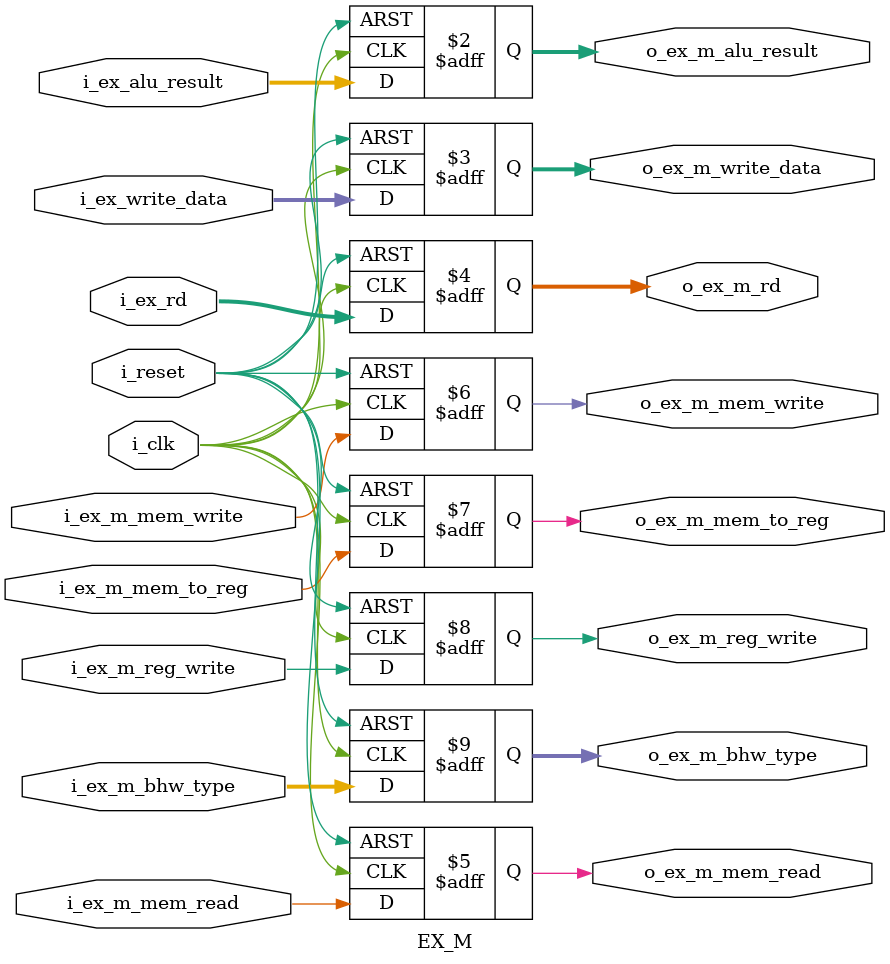
<source format=v>
`timescale 1ns / 1ps

module EX_M (
    input wire i_clk,
    input wire i_reset,
    input wire [31:0] i_ex_alu_result,            // Resultado de la ALU de la etapa EX
    input wire [31:0] i_ex_write_data,            // Datos a escribir en memoria
    input wire [4:0]  i_ex_rd,                    // ID del registro destino
    input wire        i_ex_m_mem_read,            // Señal de lectura de memoria
    input wire        i_ex_m_mem_write,           // Señal de escritura de memoria
    input wire        i_ex_m_mem_to_reg,          // Señal de escritura de registro
    input wire        i_ex_m_reg_write,           // Señal de escritura de registro
    input wire [2:0]  i_ex_m_bhw_type,          // Tipo de instrucción (Byte, Halfword, Word)

    output reg [31:0] o_ex_m_alu_result,          // Resultado de la ALU
    output reg [31:0] o_ex_m_write_data,          // Datos a escribir en memoria
    output reg [4:0]  o_ex_m_rd,                  // ID del registro destino
    output reg        o_ex_m_mem_read,            // Señal de lectura de memoria
    output reg        o_ex_m_mem_write,           // Señal de escritura de memoria
    output reg        o_ex_m_mem_to_reg,          // Señal de escritura de registro
    output reg        o_ex_m_reg_write,            // Señal de escritura de registro
    output reg [2:0]  o_ex_m_bhw_type             // Tipo de instrucción (Byte, Halfword, Word)
);

    always @(posedge i_clk or posedge i_reset) begin
        if (i_reset) begin
            o_ex_m_alu_result <= 32'b0;
            o_ex_m_write_data <= 32'b0;
            o_ex_m_rd <= 5'b0;
            o_ex_m_mem_read <= 1'b0;
            o_ex_m_mem_write <= 1'b0;
            o_ex_m_mem_to_reg <= 1'b0;
            o_ex_m_reg_write <= 1'b0;
            o_ex_m_bhw_type <= 3'b0;
        end else begin
            o_ex_m_alu_result <= i_ex_alu_result;
            o_ex_m_write_data <= i_ex_write_data;
            o_ex_m_rd <= i_ex_rd;
            o_ex_m_mem_read <= i_ex_m_mem_read;
            o_ex_m_mem_write <= i_ex_m_mem_write;
            o_ex_m_mem_to_reg <= i_ex_m_mem_to_reg;
            o_ex_m_reg_write <= i_ex_m_reg_write;
            o_ex_m_bhw_type <= i_ex_m_bhw_type;
        end
    end

endmodule
</source>
